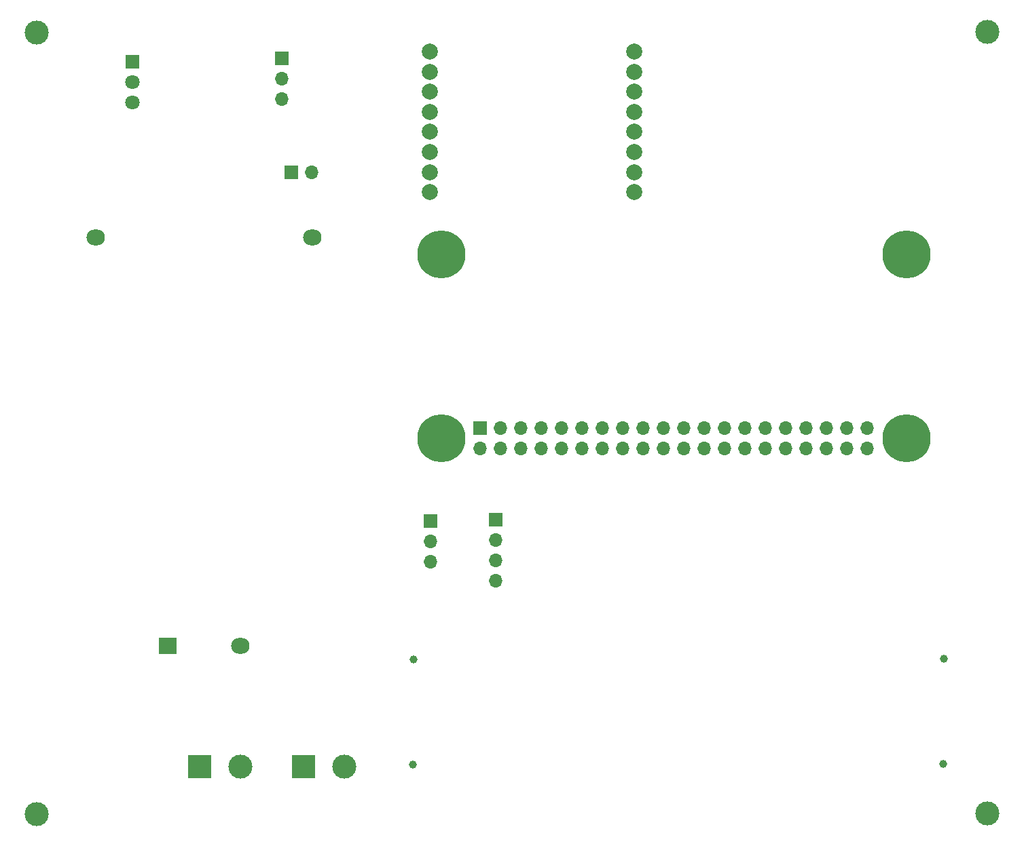
<source format=gbr>
%TF.GenerationSoftware,KiCad,Pcbnew,8.0.0*%
%TF.CreationDate,2024-08-20T19:28:26+02:00*%
%TF.ProjectId,MK1,4d4b312e-6b69-4636-9164-5f7063625858,rev?*%
%TF.SameCoordinates,Original*%
%TF.FileFunction,Soldermask,Bot*%
%TF.FilePolarity,Negative*%
%FSLAX46Y46*%
G04 Gerber Fmt 4.6, Leading zero omitted, Abs format (unit mm)*
G04 Created by KiCad (PCBNEW 8.0.0) date 2024-08-20 19:28:26*
%MOMM*%
%LPD*%
G01*
G04 APERTURE LIST*
%ADD10C,3.000000*%
%ADD11O,1.700000X1.700000*%
%ADD12R,1.700000X1.700000*%
%ADD13C,6.000000*%
%ADD14C,2.000000*%
%ADD15R,3.000000X3.000000*%
%ADD16C,1.800000*%
%ADD17R,1.800000X1.800000*%
%ADD18O,2.300000X2.000000*%
%ADD19R,2.300000X2.000000*%
%ADD20C,1.000000*%
G04 APERTURE END LIST*
D10*
%TO.C,REF\u002A\u002A*%
X30850000Y-116920000D03*
%TD*%
%TO.C,REF\u002A\u002A*%
X149390000Y-116900000D03*
%TD*%
%TO.C,REF\u002A\u002A*%
X149450000Y-19360000D03*
%TD*%
%TO.C,REF\u002A\u002A*%
X30910000Y-19380000D03*
%TD*%
D11*
%TO.C,3.3V_Relais1*%
X61450000Y-27680000D03*
X61450000Y-25140000D03*
D12*
X61450000Y-22600000D03*
%TD*%
D11*
%TO.C,power_out1*%
X65195000Y-36835000D03*
D12*
X62655000Y-36835000D03*
%TD*%
D11*
%TO.C,J1*%
X134447500Y-71337500D03*
X134447500Y-68797500D03*
X131907500Y-71337500D03*
X131907500Y-68797500D03*
X129367500Y-71337500D03*
X129367500Y-68797500D03*
X126827500Y-71337500D03*
X126827500Y-68797500D03*
X124287500Y-71337500D03*
X124287500Y-68797500D03*
X121747500Y-71337500D03*
X121747500Y-68797500D03*
X119207500Y-71337500D03*
X119207500Y-68797500D03*
X116667500Y-71337500D03*
X116667500Y-68797500D03*
X114127500Y-71337500D03*
X114127500Y-68797500D03*
X111587500Y-71337500D03*
X111587500Y-68797500D03*
X109047500Y-71337500D03*
X109047500Y-68797500D03*
X106507500Y-71337500D03*
X106507500Y-68797500D03*
X103967500Y-71337500D03*
X103967500Y-68797500D03*
X101427500Y-71337500D03*
X101427500Y-68797500D03*
X98887500Y-71337500D03*
X98887500Y-68797500D03*
X96347500Y-71337500D03*
X96347500Y-68797500D03*
X93807500Y-71337500D03*
X93807500Y-68797500D03*
X91267500Y-71337500D03*
X91267500Y-68797500D03*
X88727500Y-71337500D03*
X88727500Y-68797500D03*
X86187500Y-71337500D03*
D12*
X86187500Y-68797500D03*
D13*
X139317500Y-47067500D03*
X81317500Y-47067500D03*
X139317500Y-70067500D03*
X81317500Y-70067500D03*
%TD*%
D14*
%TO.C,LoRa-module1*%
X105420000Y-21820000D03*
X105420000Y-24320000D03*
X105420000Y-26820000D03*
X105420000Y-29320000D03*
X105420000Y-31820000D03*
X105420000Y-34320000D03*
X105420000Y-36820000D03*
X105420000Y-39320000D03*
X79920000Y-39320000D03*
X79920000Y-36820000D03*
X79920000Y-34320000D03*
X79920000Y-31820000D03*
X79920000Y-29320000D03*
X79920000Y-26820000D03*
X79920000Y-24320000D03*
X79920000Y-21820000D03*
%TD*%
D10*
%TO.C,AC220V_inlet1*%
X56250000Y-111060000D03*
D15*
X51170000Y-111060000D03*
%TD*%
D16*
%TO.C,U2*%
X42845000Y-28155000D03*
X42845000Y-25615000D03*
D17*
X42845000Y-23075000D03*
%TD*%
D11*
%TO.C,LED_traffic_light1*%
X88120000Y-87800000D03*
X88120000Y-85260000D03*
X88120000Y-82720000D03*
D12*
X88120000Y-80180000D03*
%TD*%
D18*
%TO.C,PS1*%
X65242500Y-44997500D03*
X38242500Y-44997500D03*
X56242500Y-95997500D03*
D19*
X47242500Y-95997500D03*
%TD*%
D10*
%TO.C,AC220V_outlet1*%
X69250000Y-111060000D03*
D15*
X64170000Y-111060000D03*
%TD*%
D20*
%TO.C,REF\u002A\u002A*%
X143890000Y-110690000D03*
X143990000Y-97590000D03*
X77790000Y-110790000D03*
X77890000Y-97690000D03*
%TD*%
D11*
%TO.C,temperature_sensor1*%
X79990000Y-85435000D03*
X79990000Y-82895000D03*
D12*
X79990000Y-80355000D03*
%TD*%
M02*

</source>
